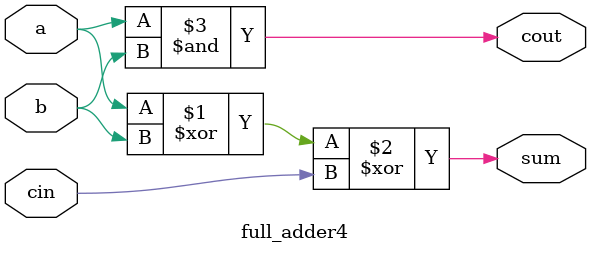
<source format=v>
module full_adder4(a,b,cin,sum,cout);
input a,b,cin;
output sum,cout;
assign sum = a^b^cin;
assign cout = a&b|1'b0&(a&b); 
// initial begin
//     $display("The incorrect adder with and1 having in1/0");
// end   
endmodule
</source>
